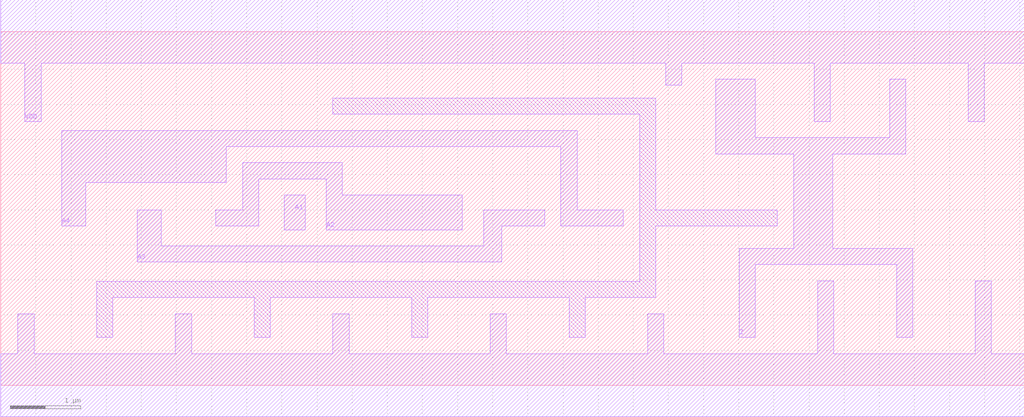
<source format=lef>
# Copyright 2022 GlobalFoundries PDK Authors
#
# Licensed under the Apache License, Version 2.0 (the "License");
# you may not use this file except in compliance with the License.
# You may obtain a copy of the License at
#
#      http://www.apache.org/licenses/LICENSE-2.0
#
# Unless required by applicable law or agreed to in writing, software
# distributed under the License is distributed on an "AS IS" BASIS,
# WITHOUT WARRANTIES OR CONDITIONS OF ANY KIND, either express or implied.
# See the License for the specific language governing permissions and
# limitations under the License.

MACRO gf180mcu_fd_sc_mcu9t5v0__or4_4
  CLASS core ;
  FOREIGN gf180mcu_fd_sc_mcu9t5v0__or4_4 0.0 0.0 ;
  ORIGIN 0 0 ;
  SYMMETRY X Y ;
  SITE GF018hv5v_green_sc9 ;
  SIZE 14.56 BY 5.04 ;
  PIN A1
    DIRECTION INPUT ;
    ANTENNAGATEAREA 2.778 ;
    PORT
      LAYER Metal1 ;
        POLYGON 4.035 2.215 4.33 2.215 4.33 2.71 4.035 2.71  ;
    END
  END A1
  PIN A2
    DIRECTION INPUT ;
    ANTENNAGATEAREA 2.778 ;
    PORT
      LAYER Metal1 ;
        POLYGON 3.06 2.27 3.67 2.27 3.67 2.94 4.63 2.94 4.63 2.215 6.565 2.215 6.565 2.71 4.86 2.71 4.86 3.17 3.44 3.17 3.44 2.5 3.06 2.5  ;
    END
  END A2
  PIN A3
    DIRECTION INPUT ;
    ANTENNAGATEAREA 2.778 ;
    PORT
      LAYER Metal1 ;
        POLYGON 1.94 1.755 7.13 1.755 7.13 2.27 7.74 2.27 7.74 2.5 6.87 2.5 6.87 1.985 2.28 1.985 2.28 2.5 1.94 2.5  ;
    END
  END A3
  PIN A4
    DIRECTION INPUT ;
    ANTENNAGATEAREA 2.778 ;
    PORT
      LAYER Metal1 ;
        POLYGON 0.87 2.27 1.21 2.27 1.21 2.89 3.21 2.89 3.21 3.4 7.97 3.4 7.97 2.27 8.86 2.27 8.86 2.5 8.2 2.5 8.2 3.63 0.87 3.63  ;
    END
  END A4
  PIN Z
    DIRECTION OUTPUT ;
    ANTENNADIFFAREA 3.5505 ;
    PORT
      LAYER Metal1 ;
        POLYGON 10.17 3.295 11.05 3.295 11.28 3.295 11.28 1.95 10.505 1.95 10.505 0.68 10.735 0.68 10.735 1.72 12.745 1.72 12.745 0.68 12.975 0.68 12.975 1.95 11.835 1.95 11.835 3.295 12.875 3.295 12.875 4.36 12.645 4.36 12.645 3.525 11.05 3.525 10.735 3.525 10.735 4.36 10.17 4.36  ;
    END
  END Z
  PIN VDD
    DIRECTION INOUT ;
    USE power ;
    SHAPE ABUTMENT ;
    PORT
      LAYER Metal1 ;
        POLYGON 0 4.59 0.345 4.59 0.345 3.755 0.575 3.755 0.575 4.59 9.46 4.59 9.46 4.275 9.69 4.275 9.69 4.59 11.05 4.59 11.575 4.59 11.575 3.755 11.805 3.755 11.805 4.59 13.765 4.59 13.765 3.755 13.995 3.755 13.995 4.59 14.56 4.59 14.56 5.49 11.05 5.49 0 5.49  ;
    END
  END VDD
  PIN VSS
    DIRECTION INOUT ;
    USE ground ;
    SHAPE ABUTMENT ;
    PORT
      LAYER Metal1 ;
        POLYGON 0 -0.45 14.56 -0.45 14.56 0.45 14.095 0.45 14.095 1.49 13.865 1.49 13.865 0.45 11.855 0.45 11.855 1.49 11.625 1.49 11.625 0.45 9.435 0.45 9.435 1.02 9.205 1.02 9.205 0.45 7.195 0.45 7.195 1.02 6.965 1.02 6.965 0.45 4.955 0.45 4.955 1.02 4.725 1.02 4.725 0.45 2.715 0.45 2.715 1.02 2.485 1.02 2.485 0.45 0.475 0.45 0.475 1.02 0.245 1.02 0.245 0.45 0 0.45  ;
    END
  END VSS
  OBS
      LAYER Metal1 ;
        POLYGON 4.72 3.86 9.09 3.86 9.09 1.48 1.365 1.48 1.365 0.68 1.595 0.68 1.595 1.25 3.605 1.25 3.605 0.68 3.835 0.68 3.835 1.25 5.845 1.25 5.845 0.68 6.075 0.68 6.075 1.25 8.085 1.25 8.085 0.68 8.315 0.68 8.315 1.25 9.32 1.25 9.32 2.27 11.05 2.27 11.05 2.5 9.32 2.5 9.32 4.09 4.72 4.09  ;
  END
END gf180mcu_fd_sc_mcu9t5v0__or4_4

</source>
